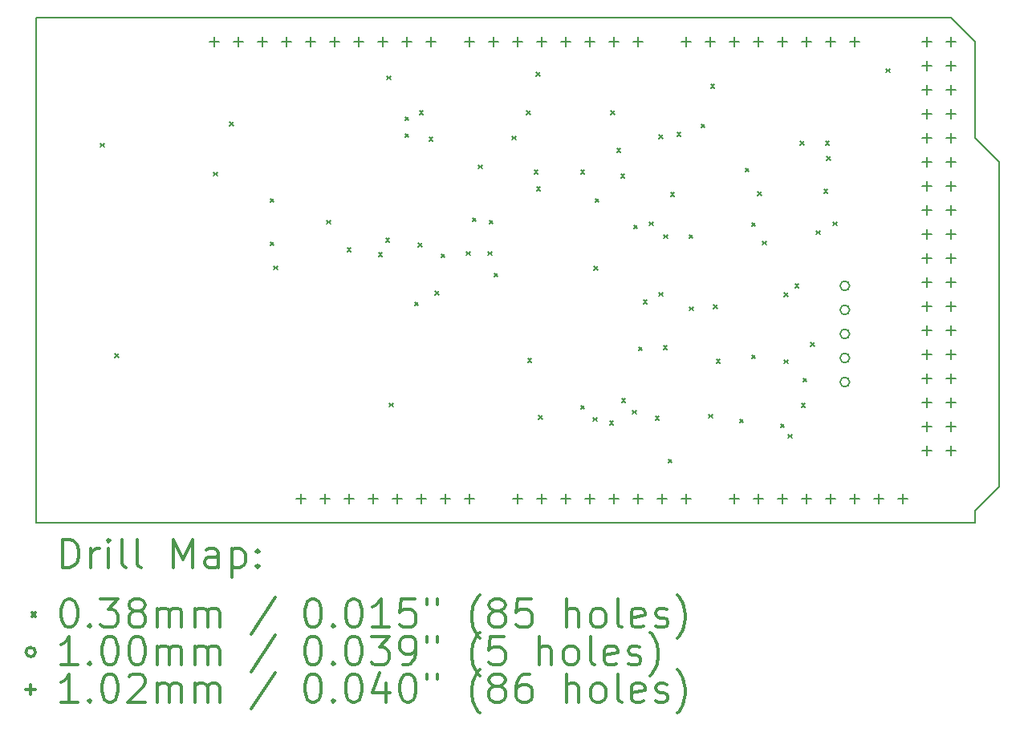
<source format=gbr>
%FSLAX45Y45*%
G04 Gerber Fmt 4.5, Leading zero omitted, Abs format (unit mm)*
G04 Created by KiCad (PCBNEW (5.1.4)-1) date 2020-05-01 18:49:42*
%MOMM*%
%LPD*%
G04 APERTURE LIST*
%ADD10C,0.150000*%
%ADD11C,0.200000*%
%ADD12C,0.300000*%
G04 APERTURE END LIST*
D10*
X20243800Y-12166600D02*
X10337800Y-12166600D01*
X20243800Y-12039600D02*
X20243800Y-12166600D01*
X20497800Y-11785600D02*
X20243800Y-12039600D01*
X20497800Y-8356600D02*
X20497800Y-11785600D01*
X20243800Y-8102600D02*
X20497800Y-8356600D01*
X20243800Y-7086600D02*
X20243800Y-8102600D01*
X19989800Y-6832600D02*
X20243800Y-7086600D01*
X10337800Y-6832600D02*
X19989800Y-6832600D01*
X10337800Y-12166600D02*
X10337800Y-6832600D01*
D11*
X11017250Y-8159750D02*
X11055350Y-8197850D01*
X11055350Y-8159750D02*
X11017250Y-8197850D01*
X11169650Y-10382250D02*
X11207750Y-10420350D01*
X11207750Y-10382250D02*
X11169650Y-10420350D01*
X12211050Y-8464550D02*
X12249150Y-8502650D01*
X12249150Y-8464550D02*
X12211050Y-8502650D01*
X12381230Y-7936230D02*
X12419330Y-7974330D01*
X12419330Y-7936230D02*
X12381230Y-7974330D01*
X12807950Y-8743950D02*
X12846050Y-8782050D01*
X12846050Y-8743950D02*
X12807950Y-8782050D01*
X12807950Y-9201150D02*
X12846050Y-9239250D01*
X12846050Y-9201150D02*
X12807950Y-9239250D01*
X12846050Y-9455150D02*
X12884150Y-9493250D01*
X12884150Y-9455150D02*
X12846050Y-9493250D01*
X13404850Y-8972550D02*
X13442950Y-9010650D01*
X13442950Y-8972550D02*
X13404850Y-9010650D01*
X13620750Y-9264650D02*
X13658850Y-9302750D01*
X13658850Y-9264650D02*
X13620750Y-9302750D01*
X13950950Y-9315450D02*
X13989050Y-9353550D01*
X13989050Y-9315450D02*
X13950950Y-9353550D01*
X14027150Y-9163050D02*
X14065250Y-9201150D01*
X14065250Y-9163050D02*
X14027150Y-9201150D01*
X14039850Y-7448550D02*
X14077950Y-7486650D01*
X14077950Y-7448550D02*
X14039850Y-7486650D01*
X14065250Y-10902950D02*
X14103350Y-10941050D01*
X14103350Y-10902950D02*
X14065250Y-10941050D01*
X14230350Y-7880350D02*
X14268450Y-7918450D01*
X14268450Y-7880350D02*
X14230350Y-7918450D01*
X14230350Y-8058150D02*
X14268450Y-8096250D01*
X14268450Y-8058150D02*
X14230350Y-8096250D01*
X14331950Y-9836150D02*
X14370050Y-9874250D01*
X14370050Y-9836150D02*
X14331950Y-9874250D01*
X14370050Y-9213850D02*
X14408150Y-9251950D01*
X14408150Y-9213850D02*
X14370050Y-9251950D01*
X14382750Y-7816850D02*
X14420850Y-7854950D01*
X14420850Y-7816850D02*
X14382750Y-7854950D01*
X14484350Y-8096250D02*
X14522450Y-8134350D01*
X14522450Y-8096250D02*
X14484350Y-8134350D01*
X14547850Y-9721850D02*
X14585950Y-9759950D01*
X14585950Y-9721850D02*
X14547850Y-9759950D01*
X14611350Y-9328150D02*
X14649450Y-9366250D01*
X14649450Y-9328150D02*
X14611350Y-9366250D01*
X14878050Y-9302750D02*
X14916150Y-9340850D01*
X14916150Y-9302750D02*
X14878050Y-9340850D01*
X14941550Y-8947150D02*
X14979650Y-8985250D01*
X14979650Y-8947150D02*
X14941550Y-8985250D01*
X15005050Y-8388350D02*
X15043150Y-8426450D01*
X15043150Y-8388350D02*
X15005050Y-8426450D01*
X15106650Y-9302750D02*
X15144750Y-9340850D01*
X15144750Y-9302750D02*
X15106650Y-9340850D01*
X15119350Y-8972550D02*
X15157450Y-9010650D01*
X15157450Y-8972550D02*
X15119350Y-9010650D01*
X15170150Y-9531350D02*
X15208250Y-9569450D01*
X15208250Y-9531350D02*
X15170150Y-9569450D01*
X15360650Y-8083550D02*
X15398750Y-8121650D01*
X15398750Y-8083550D02*
X15360650Y-8121650D01*
X15513050Y-7816850D02*
X15551150Y-7854950D01*
X15551150Y-7816850D02*
X15513050Y-7854950D01*
X15525750Y-10433050D02*
X15563850Y-10471150D01*
X15563850Y-10433050D02*
X15525750Y-10471150D01*
X15594330Y-8444230D02*
X15632430Y-8482330D01*
X15632430Y-8444230D02*
X15594330Y-8482330D01*
X15614650Y-7410450D02*
X15652750Y-7448550D01*
X15652750Y-7410450D02*
X15614650Y-7448550D01*
X15617190Y-8622030D02*
X15655290Y-8660130D01*
X15655290Y-8622030D02*
X15617190Y-8660130D01*
X15637510Y-11035030D02*
X15675610Y-11073130D01*
X15675610Y-11035030D02*
X15637510Y-11073130D01*
X16084550Y-8444230D02*
X16122650Y-8482330D01*
X16122650Y-8444230D02*
X16084550Y-8482330D01*
X16084550Y-10928350D02*
X16122650Y-10966450D01*
X16122650Y-10928350D02*
X16084550Y-10966450D01*
X16216630Y-11055350D02*
X16254730Y-11093450D01*
X16254730Y-11055350D02*
X16216630Y-11093450D01*
X16221710Y-9457690D02*
X16259810Y-9495790D01*
X16259810Y-9457690D02*
X16221710Y-9495790D01*
X16236950Y-8743950D02*
X16275050Y-8782050D01*
X16275050Y-8743950D02*
X16236950Y-8782050D01*
X16389350Y-11093450D02*
X16427450Y-11131550D01*
X16427450Y-11093450D02*
X16389350Y-11131550D01*
X16402050Y-7816850D02*
X16440150Y-7854950D01*
X16440150Y-7816850D02*
X16402050Y-7854950D01*
X16463010Y-8213090D02*
X16501110Y-8251190D01*
X16501110Y-8213090D02*
X16463010Y-8251190D01*
X16506190Y-8484870D02*
X16544290Y-8522970D01*
X16544290Y-8484870D02*
X16506190Y-8522970D01*
X16516350Y-10857230D02*
X16554450Y-10895330D01*
X16554450Y-10857230D02*
X16516350Y-10895330D01*
X16630650Y-10979150D02*
X16668750Y-11017250D01*
X16668750Y-10979150D02*
X16630650Y-11017250D01*
X16640810Y-9023350D02*
X16678910Y-9061450D01*
X16678910Y-9023350D02*
X16640810Y-9061450D01*
X16691610Y-10311130D02*
X16729710Y-10349230D01*
X16729710Y-10311130D02*
X16691610Y-10349230D01*
X16744950Y-9813290D02*
X16783050Y-9851390D01*
X16783050Y-9813290D02*
X16744950Y-9851390D01*
X16808450Y-8990330D02*
X16846550Y-9028430D01*
X16846550Y-8990330D02*
X16808450Y-9028430D01*
X16869410Y-11042650D02*
X16907510Y-11080750D01*
X16907510Y-11042650D02*
X16869410Y-11080750D01*
X16907510Y-9734550D02*
X16945610Y-9772650D01*
X16945610Y-9734550D02*
X16907510Y-9772650D01*
X16910050Y-8070850D02*
X16948150Y-8108950D01*
X16948150Y-8070850D02*
X16910050Y-8108950D01*
X16955770Y-10298430D02*
X16993870Y-10336530D01*
X16993870Y-10298430D02*
X16955770Y-10336530D01*
X16960850Y-9124950D02*
X16998950Y-9163050D01*
X16998950Y-9124950D02*
X16960850Y-9163050D01*
X17006570Y-11494770D02*
X17044670Y-11532870D01*
X17044670Y-11494770D02*
X17006570Y-11532870D01*
X17030950Y-8680950D02*
X17069050Y-8719050D01*
X17069050Y-8680950D02*
X17030950Y-8719050D01*
X17100550Y-8045450D02*
X17138650Y-8083550D01*
X17138650Y-8045450D02*
X17100550Y-8083550D01*
X17227550Y-9124950D02*
X17265650Y-9163050D01*
X17265650Y-9124950D02*
X17227550Y-9163050D01*
X17232630Y-9886950D02*
X17270730Y-9925050D01*
X17270730Y-9886950D02*
X17232630Y-9925050D01*
X17354550Y-7956550D02*
X17392650Y-7994650D01*
X17392650Y-7956550D02*
X17354550Y-7994650D01*
X17433290Y-11019790D02*
X17471390Y-11057890D01*
X17471390Y-11019790D02*
X17433290Y-11057890D01*
X17456150Y-7537450D02*
X17494250Y-7575550D01*
X17494250Y-7537450D02*
X17456150Y-7575550D01*
X17486630Y-9864090D02*
X17524730Y-9902190D01*
X17524730Y-9864090D02*
X17486630Y-9902190D01*
X17514570Y-10440670D02*
X17552670Y-10478770D01*
X17552670Y-10440670D02*
X17514570Y-10478770D01*
X17760950Y-11070950D02*
X17799050Y-11109050D01*
X17799050Y-11070950D02*
X17760950Y-11109050D01*
X17819370Y-8421370D02*
X17857470Y-8459470D01*
X17857470Y-8421370D02*
X17819370Y-8459470D01*
X17887950Y-8997950D02*
X17926050Y-9036050D01*
X17926050Y-8997950D02*
X17887950Y-9036050D01*
X17887950Y-10394950D02*
X17926050Y-10433050D01*
X17926050Y-10394950D02*
X17887950Y-10433050D01*
X17951450Y-8670290D02*
X17989550Y-8708390D01*
X17989550Y-8670290D02*
X17951450Y-8708390D01*
X18002202Y-9190942D02*
X18040302Y-9229042D01*
X18040302Y-9190942D02*
X18002202Y-9229042D01*
X18190950Y-11120950D02*
X18229050Y-11159050D01*
X18229050Y-11120950D02*
X18190950Y-11159050D01*
X18229467Y-9736953D02*
X18267567Y-9775053D01*
X18267567Y-9736953D02*
X18229467Y-9775053D01*
X18230850Y-10445750D02*
X18268950Y-10483850D01*
X18268950Y-10445750D02*
X18230850Y-10483850D01*
X18270950Y-11230950D02*
X18309050Y-11269050D01*
X18309050Y-11230950D02*
X18270950Y-11269050D01*
X18342610Y-9643110D02*
X18380710Y-9681210D01*
X18380710Y-9643110D02*
X18342610Y-9681210D01*
X18401030Y-8139430D02*
X18439130Y-8177530D01*
X18439130Y-8139430D02*
X18401030Y-8177530D01*
X18413730Y-10908030D02*
X18451830Y-10946130D01*
X18451830Y-10908030D02*
X18413730Y-10946130D01*
X18428970Y-10638790D02*
X18467070Y-10676890D01*
X18467070Y-10638790D02*
X18428970Y-10676890D01*
X18507710Y-10262870D02*
X18545810Y-10300970D01*
X18545810Y-10262870D02*
X18507710Y-10300970D01*
X18570570Y-9081770D02*
X18608670Y-9119870D01*
X18608670Y-9081770D02*
X18570570Y-9119870D01*
X18649950Y-8644890D02*
X18688050Y-8682990D01*
X18688050Y-8644890D02*
X18649950Y-8682990D01*
X18667730Y-8136890D02*
X18705830Y-8174990D01*
X18705830Y-8136890D02*
X18667730Y-8174990D01*
X18677890Y-8296910D02*
X18715990Y-8335010D01*
X18715990Y-8296910D02*
X18677890Y-8335010D01*
X18744950Y-8986770D02*
X18783050Y-9024870D01*
X18783050Y-8986770D02*
X18744950Y-9024870D01*
X19305270Y-7369810D02*
X19343370Y-7407910D01*
X19343370Y-7369810D02*
X19305270Y-7407910D01*
X18920000Y-9664000D02*
G75*
G03X18920000Y-9664000I-50000J0D01*
G01*
X18920000Y-9918000D02*
G75*
G03X18920000Y-9918000I-50000J0D01*
G01*
X18920000Y-10172000D02*
G75*
G03X18920000Y-10172000I-50000J0D01*
G01*
X18920000Y-10426000D02*
G75*
G03X18920000Y-10426000I-50000J0D01*
G01*
X18920000Y-10680000D02*
G75*
G03X18920000Y-10680000I-50000J0D01*
G01*
X13131800Y-11861800D02*
X13131800Y-11963400D01*
X13081000Y-11912600D02*
X13182600Y-11912600D01*
X13385800Y-11861800D02*
X13385800Y-11963400D01*
X13335000Y-11912600D02*
X13436600Y-11912600D01*
X13639800Y-11861800D02*
X13639800Y-11963400D01*
X13589000Y-11912600D02*
X13690600Y-11912600D01*
X13893800Y-11861800D02*
X13893800Y-11963400D01*
X13843000Y-11912600D02*
X13944600Y-11912600D01*
X14147800Y-11861800D02*
X14147800Y-11963400D01*
X14097000Y-11912600D02*
X14198600Y-11912600D01*
X14401800Y-11861800D02*
X14401800Y-11963400D01*
X14351000Y-11912600D02*
X14452600Y-11912600D01*
X14655800Y-11861800D02*
X14655800Y-11963400D01*
X14605000Y-11912600D02*
X14706600Y-11912600D01*
X14909800Y-11861800D02*
X14909800Y-11963400D01*
X14859000Y-11912600D02*
X14960600Y-11912600D01*
X15417800Y-11861800D02*
X15417800Y-11963400D01*
X15367000Y-11912600D02*
X15468600Y-11912600D01*
X15671800Y-11861800D02*
X15671800Y-11963400D01*
X15621000Y-11912600D02*
X15722600Y-11912600D01*
X15925800Y-11861800D02*
X15925800Y-11963400D01*
X15875000Y-11912600D02*
X15976600Y-11912600D01*
X16179800Y-11861800D02*
X16179800Y-11963400D01*
X16129000Y-11912600D02*
X16230600Y-11912600D01*
X16433800Y-11861800D02*
X16433800Y-11963400D01*
X16383000Y-11912600D02*
X16484600Y-11912600D01*
X16687800Y-11861800D02*
X16687800Y-11963400D01*
X16637000Y-11912600D02*
X16738600Y-11912600D01*
X16941800Y-11861800D02*
X16941800Y-11963400D01*
X16891000Y-11912600D02*
X16992600Y-11912600D01*
X17195800Y-11861800D02*
X17195800Y-11963400D01*
X17145000Y-11912600D02*
X17246600Y-11912600D01*
X17195800Y-7035800D02*
X17195800Y-7137400D01*
X17145000Y-7086600D02*
X17246600Y-7086600D01*
X17449800Y-7035800D02*
X17449800Y-7137400D01*
X17399000Y-7086600D02*
X17500600Y-7086600D01*
X17703800Y-7035800D02*
X17703800Y-7137400D01*
X17653000Y-7086600D02*
X17754600Y-7086600D01*
X17957800Y-7035800D02*
X17957800Y-7137400D01*
X17907000Y-7086600D02*
X18008600Y-7086600D01*
X18211800Y-7035800D02*
X18211800Y-7137400D01*
X18161000Y-7086600D02*
X18262600Y-7086600D01*
X18465800Y-7035800D02*
X18465800Y-7137400D01*
X18415000Y-7086600D02*
X18516600Y-7086600D01*
X18719800Y-7035800D02*
X18719800Y-7137400D01*
X18669000Y-7086600D02*
X18770600Y-7086600D01*
X18973800Y-7035800D02*
X18973800Y-7137400D01*
X18923000Y-7086600D02*
X19024600Y-7086600D01*
X12217400Y-7035800D02*
X12217400Y-7137400D01*
X12166600Y-7086600D02*
X12268200Y-7086600D01*
X12471400Y-7035800D02*
X12471400Y-7137400D01*
X12420600Y-7086600D02*
X12522200Y-7086600D01*
X12725400Y-7035800D02*
X12725400Y-7137400D01*
X12674600Y-7086600D02*
X12776200Y-7086600D01*
X12979400Y-7035800D02*
X12979400Y-7137400D01*
X12928600Y-7086600D02*
X13030200Y-7086600D01*
X13233400Y-7035800D02*
X13233400Y-7137400D01*
X13182600Y-7086600D02*
X13284200Y-7086600D01*
X13487400Y-7035800D02*
X13487400Y-7137400D01*
X13436600Y-7086600D02*
X13538200Y-7086600D01*
X13741400Y-7035800D02*
X13741400Y-7137400D01*
X13690600Y-7086600D02*
X13792200Y-7086600D01*
X13995400Y-7035800D02*
X13995400Y-7137400D01*
X13944600Y-7086600D02*
X14046200Y-7086600D01*
X14249400Y-7035800D02*
X14249400Y-7137400D01*
X14198600Y-7086600D02*
X14300200Y-7086600D01*
X14503400Y-7035800D02*
X14503400Y-7137400D01*
X14452600Y-7086600D02*
X14554200Y-7086600D01*
X19735800Y-7035800D02*
X19735800Y-7137400D01*
X19685000Y-7086600D02*
X19786600Y-7086600D01*
X19735800Y-7289800D02*
X19735800Y-7391400D01*
X19685000Y-7340600D02*
X19786600Y-7340600D01*
X19735800Y-7543800D02*
X19735800Y-7645400D01*
X19685000Y-7594600D02*
X19786600Y-7594600D01*
X19735800Y-7797800D02*
X19735800Y-7899400D01*
X19685000Y-7848600D02*
X19786600Y-7848600D01*
X19735800Y-8051800D02*
X19735800Y-8153400D01*
X19685000Y-8102600D02*
X19786600Y-8102600D01*
X19735800Y-8305800D02*
X19735800Y-8407400D01*
X19685000Y-8356600D02*
X19786600Y-8356600D01*
X19735800Y-8559800D02*
X19735800Y-8661400D01*
X19685000Y-8610600D02*
X19786600Y-8610600D01*
X19735800Y-8813800D02*
X19735800Y-8915400D01*
X19685000Y-8864600D02*
X19786600Y-8864600D01*
X19735800Y-9067800D02*
X19735800Y-9169400D01*
X19685000Y-9118600D02*
X19786600Y-9118600D01*
X19735800Y-9321800D02*
X19735800Y-9423400D01*
X19685000Y-9372600D02*
X19786600Y-9372600D01*
X19735800Y-9575800D02*
X19735800Y-9677400D01*
X19685000Y-9626600D02*
X19786600Y-9626600D01*
X19735800Y-9829800D02*
X19735800Y-9931400D01*
X19685000Y-9880600D02*
X19786600Y-9880600D01*
X19735800Y-10083800D02*
X19735800Y-10185400D01*
X19685000Y-10134600D02*
X19786600Y-10134600D01*
X19735800Y-10337800D02*
X19735800Y-10439400D01*
X19685000Y-10388600D02*
X19786600Y-10388600D01*
X19735800Y-10591800D02*
X19735800Y-10693400D01*
X19685000Y-10642600D02*
X19786600Y-10642600D01*
X19735800Y-10845800D02*
X19735800Y-10947400D01*
X19685000Y-10896600D02*
X19786600Y-10896600D01*
X19735800Y-11099800D02*
X19735800Y-11201400D01*
X19685000Y-11150600D02*
X19786600Y-11150600D01*
X19735800Y-11353800D02*
X19735800Y-11455400D01*
X19685000Y-11404600D02*
X19786600Y-11404600D01*
X19989800Y-7035800D02*
X19989800Y-7137400D01*
X19939000Y-7086600D02*
X20040600Y-7086600D01*
X19989800Y-7289800D02*
X19989800Y-7391400D01*
X19939000Y-7340600D02*
X20040600Y-7340600D01*
X19989800Y-7543800D02*
X19989800Y-7645400D01*
X19939000Y-7594600D02*
X20040600Y-7594600D01*
X19989800Y-7797800D02*
X19989800Y-7899400D01*
X19939000Y-7848600D02*
X20040600Y-7848600D01*
X19989800Y-8051800D02*
X19989800Y-8153400D01*
X19939000Y-8102600D02*
X20040600Y-8102600D01*
X19989800Y-8305800D02*
X19989800Y-8407400D01*
X19939000Y-8356600D02*
X20040600Y-8356600D01*
X19989800Y-8559800D02*
X19989800Y-8661400D01*
X19939000Y-8610600D02*
X20040600Y-8610600D01*
X19989800Y-8813800D02*
X19989800Y-8915400D01*
X19939000Y-8864600D02*
X20040600Y-8864600D01*
X19989800Y-9067800D02*
X19989800Y-9169400D01*
X19939000Y-9118600D02*
X20040600Y-9118600D01*
X19989800Y-9321800D02*
X19989800Y-9423400D01*
X19939000Y-9372600D02*
X20040600Y-9372600D01*
X19989800Y-9575800D02*
X19989800Y-9677400D01*
X19939000Y-9626600D02*
X20040600Y-9626600D01*
X19989800Y-9829800D02*
X19989800Y-9931400D01*
X19939000Y-9880600D02*
X20040600Y-9880600D01*
X19989800Y-10083800D02*
X19989800Y-10185400D01*
X19939000Y-10134600D02*
X20040600Y-10134600D01*
X19989800Y-10337800D02*
X19989800Y-10439400D01*
X19939000Y-10388600D02*
X20040600Y-10388600D01*
X19989800Y-10591800D02*
X19989800Y-10693400D01*
X19939000Y-10642600D02*
X20040600Y-10642600D01*
X19989800Y-10845800D02*
X19989800Y-10947400D01*
X19939000Y-10896600D02*
X20040600Y-10896600D01*
X19989800Y-11099800D02*
X19989800Y-11201400D01*
X19939000Y-11150600D02*
X20040600Y-11150600D01*
X19989800Y-11353800D02*
X19989800Y-11455400D01*
X19939000Y-11404600D02*
X20040600Y-11404600D01*
X17703800Y-11861800D02*
X17703800Y-11963400D01*
X17653000Y-11912600D02*
X17754600Y-11912600D01*
X17957800Y-11861800D02*
X17957800Y-11963400D01*
X17907000Y-11912600D02*
X18008600Y-11912600D01*
X18211800Y-11861800D02*
X18211800Y-11963400D01*
X18161000Y-11912600D02*
X18262600Y-11912600D01*
X18465800Y-11861800D02*
X18465800Y-11963400D01*
X18415000Y-11912600D02*
X18516600Y-11912600D01*
X18719800Y-11861800D02*
X18719800Y-11963400D01*
X18669000Y-11912600D02*
X18770600Y-11912600D01*
X18973800Y-11861800D02*
X18973800Y-11963400D01*
X18923000Y-11912600D02*
X19024600Y-11912600D01*
X19227800Y-11861800D02*
X19227800Y-11963400D01*
X19177000Y-11912600D02*
X19278600Y-11912600D01*
X19481800Y-11861800D02*
X19481800Y-11963400D01*
X19431000Y-11912600D02*
X19532600Y-11912600D01*
X14909800Y-7035800D02*
X14909800Y-7137400D01*
X14859000Y-7086600D02*
X14960600Y-7086600D01*
X15163800Y-7035800D02*
X15163800Y-7137400D01*
X15113000Y-7086600D02*
X15214600Y-7086600D01*
X15417800Y-7035800D02*
X15417800Y-7137400D01*
X15367000Y-7086600D02*
X15468600Y-7086600D01*
X15671800Y-7035800D02*
X15671800Y-7137400D01*
X15621000Y-7086600D02*
X15722600Y-7086600D01*
X15925800Y-7035800D02*
X15925800Y-7137400D01*
X15875000Y-7086600D02*
X15976600Y-7086600D01*
X16179800Y-7035800D02*
X16179800Y-7137400D01*
X16129000Y-7086600D02*
X16230600Y-7086600D01*
X16433800Y-7035800D02*
X16433800Y-7137400D01*
X16383000Y-7086600D02*
X16484600Y-7086600D01*
X16687800Y-7035800D02*
X16687800Y-7137400D01*
X16637000Y-7086600D02*
X16738600Y-7086600D01*
D12*
X10616728Y-12639814D02*
X10616728Y-12339814D01*
X10688157Y-12339814D01*
X10731014Y-12354100D01*
X10759586Y-12382671D01*
X10773871Y-12411243D01*
X10788157Y-12468386D01*
X10788157Y-12511243D01*
X10773871Y-12568386D01*
X10759586Y-12596957D01*
X10731014Y-12625529D01*
X10688157Y-12639814D01*
X10616728Y-12639814D01*
X10916728Y-12639814D02*
X10916728Y-12439814D01*
X10916728Y-12496957D02*
X10931014Y-12468386D01*
X10945300Y-12454100D01*
X10973871Y-12439814D01*
X11002443Y-12439814D01*
X11102443Y-12639814D02*
X11102443Y-12439814D01*
X11102443Y-12339814D02*
X11088157Y-12354100D01*
X11102443Y-12368386D01*
X11116728Y-12354100D01*
X11102443Y-12339814D01*
X11102443Y-12368386D01*
X11288157Y-12639814D02*
X11259586Y-12625529D01*
X11245300Y-12596957D01*
X11245300Y-12339814D01*
X11445300Y-12639814D02*
X11416728Y-12625529D01*
X11402443Y-12596957D01*
X11402443Y-12339814D01*
X11788157Y-12639814D02*
X11788157Y-12339814D01*
X11888157Y-12554100D01*
X11988157Y-12339814D01*
X11988157Y-12639814D01*
X12259586Y-12639814D02*
X12259586Y-12482671D01*
X12245300Y-12454100D01*
X12216728Y-12439814D01*
X12159586Y-12439814D01*
X12131014Y-12454100D01*
X12259586Y-12625529D02*
X12231014Y-12639814D01*
X12159586Y-12639814D01*
X12131014Y-12625529D01*
X12116728Y-12596957D01*
X12116728Y-12568386D01*
X12131014Y-12539814D01*
X12159586Y-12525529D01*
X12231014Y-12525529D01*
X12259586Y-12511243D01*
X12402443Y-12439814D02*
X12402443Y-12739814D01*
X12402443Y-12454100D02*
X12431014Y-12439814D01*
X12488157Y-12439814D01*
X12516728Y-12454100D01*
X12531014Y-12468386D01*
X12545300Y-12496957D01*
X12545300Y-12582671D01*
X12531014Y-12611243D01*
X12516728Y-12625529D01*
X12488157Y-12639814D01*
X12431014Y-12639814D01*
X12402443Y-12625529D01*
X12673871Y-12611243D02*
X12688157Y-12625529D01*
X12673871Y-12639814D01*
X12659586Y-12625529D01*
X12673871Y-12611243D01*
X12673871Y-12639814D01*
X12673871Y-12454100D02*
X12688157Y-12468386D01*
X12673871Y-12482671D01*
X12659586Y-12468386D01*
X12673871Y-12454100D01*
X12673871Y-12482671D01*
X10292200Y-13115050D02*
X10330300Y-13153150D01*
X10330300Y-13115050D02*
X10292200Y-13153150D01*
X10673871Y-12969814D02*
X10702443Y-12969814D01*
X10731014Y-12984100D01*
X10745300Y-12998386D01*
X10759586Y-13026957D01*
X10773871Y-13084100D01*
X10773871Y-13155529D01*
X10759586Y-13212671D01*
X10745300Y-13241243D01*
X10731014Y-13255529D01*
X10702443Y-13269814D01*
X10673871Y-13269814D01*
X10645300Y-13255529D01*
X10631014Y-13241243D01*
X10616728Y-13212671D01*
X10602443Y-13155529D01*
X10602443Y-13084100D01*
X10616728Y-13026957D01*
X10631014Y-12998386D01*
X10645300Y-12984100D01*
X10673871Y-12969814D01*
X10902443Y-13241243D02*
X10916728Y-13255529D01*
X10902443Y-13269814D01*
X10888157Y-13255529D01*
X10902443Y-13241243D01*
X10902443Y-13269814D01*
X11016728Y-12969814D02*
X11202443Y-12969814D01*
X11102443Y-13084100D01*
X11145300Y-13084100D01*
X11173871Y-13098386D01*
X11188157Y-13112671D01*
X11202443Y-13141243D01*
X11202443Y-13212671D01*
X11188157Y-13241243D01*
X11173871Y-13255529D01*
X11145300Y-13269814D01*
X11059586Y-13269814D01*
X11031014Y-13255529D01*
X11016728Y-13241243D01*
X11373871Y-13098386D02*
X11345300Y-13084100D01*
X11331014Y-13069814D01*
X11316728Y-13041243D01*
X11316728Y-13026957D01*
X11331014Y-12998386D01*
X11345300Y-12984100D01*
X11373871Y-12969814D01*
X11431014Y-12969814D01*
X11459586Y-12984100D01*
X11473871Y-12998386D01*
X11488157Y-13026957D01*
X11488157Y-13041243D01*
X11473871Y-13069814D01*
X11459586Y-13084100D01*
X11431014Y-13098386D01*
X11373871Y-13098386D01*
X11345300Y-13112671D01*
X11331014Y-13126957D01*
X11316728Y-13155529D01*
X11316728Y-13212671D01*
X11331014Y-13241243D01*
X11345300Y-13255529D01*
X11373871Y-13269814D01*
X11431014Y-13269814D01*
X11459586Y-13255529D01*
X11473871Y-13241243D01*
X11488157Y-13212671D01*
X11488157Y-13155529D01*
X11473871Y-13126957D01*
X11459586Y-13112671D01*
X11431014Y-13098386D01*
X11616728Y-13269814D02*
X11616728Y-13069814D01*
X11616728Y-13098386D02*
X11631014Y-13084100D01*
X11659586Y-13069814D01*
X11702443Y-13069814D01*
X11731014Y-13084100D01*
X11745300Y-13112671D01*
X11745300Y-13269814D01*
X11745300Y-13112671D02*
X11759586Y-13084100D01*
X11788157Y-13069814D01*
X11831014Y-13069814D01*
X11859586Y-13084100D01*
X11873871Y-13112671D01*
X11873871Y-13269814D01*
X12016728Y-13269814D02*
X12016728Y-13069814D01*
X12016728Y-13098386D02*
X12031014Y-13084100D01*
X12059586Y-13069814D01*
X12102443Y-13069814D01*
X12131014Y-13084100D01*
X12145300Y-13112671D01*
X12145300Y-13269814D01*
X12145300Y-13112671D02*
X12159586Y-13084100D01*
X12188157Y-13069814D01*
X12231014Y-13069814D01*
X12259586Y-13084100D01*
X12273871Y-13112671D01*
X12273871Y-13269814D01*
X12859586Y-12955529D02*
X12602443Y-13341243D01*
X13245300Y-12969814D02*
X13273871Y-12969814D01*
X13302443Y-12984100D01*
X13316728Y-12998386D01*
X13331014Y-13026957D01*
X13345300Y-13084100D01*
X13345300Y-13155529D01*
X13331014Y-13212671D01*
X13316728Y-13241243D01*
X13302443Y-13255529D01*
X13273871Y-13269814D01*
X13245300Y-13269814D01*
X13216728Y-13255529D01*
X13202443Y-13241243D01*
X13188157Y-13212671D01*
X13173871Y-13155529D01*
X13173871Y-13084100D01*
X13188157Y-13026957D01*
X13202443Y-12998386D01*
X13216728Y-12984100D01*
X13245300Y-12969814D01*
X13473871Y-13241243D02*
X13488157Y-13255529D01*
X13473871Y-13269814D01*
X13459586Y-13255529D01*
X13473871Y-13241243D01*
X13473871Y-13269814D01*
X13673871Y-12969814D02*
X13702443Y-12969814D01*
X13731014Y-12984100D01*
X13745300Y-12998386D01*
X13759586Y-13026957D01*
X13773871Y-13084100D01*
X13773871Y-13155529D01*
X13759586Y-13212671D01*
X13745300Y-13241243D01*
X13731014Y-13255529D01*
X13702443Y-13269814D01*
X13673871Y-13269814D01*
X13645300Y-13255529D01*
X13631014Y-13241243D01*
X13616728Y-13212671D01*
X13602443Y-13155529D01*
X13602443Y-13084100D01*
X13616728Y-13026957D01*
X13631014Y-12998386D01*
X13645300Y-12984100D01*
X13673871Y-12969814D01*
X14059586Y-13269814D02*
X13888157Y-13269814D01*
X13973871Y-13269814D02*
X13973871Y-12969814D01*
X13945300Y-13012671D01*
X13916728Y-13041243D01*
X13888157Y-13055529D01*
X14331014Y-12969814D02*
X14188157Y-12969814D01*
X14173871Y-13112671D01*
X14188157Y-13098386D01*
X14216728Y-13084100D01*
X14288157Y-13084100D01*
X14316728Y-13098386D01*
X14331014Y-13112671D01*
X14345300Y-13141243D01*
X14345300Y-13212671D01*
X14331014Y-13241243D01*
X14316728Y-13255529D01*
X14288157Y-13269814D01*
X14216728Y-13269814D01*
X14188157Y-13255529D01*
X14173871Y-13241243D01*
X14459586Y-12969814D02*
X14459586Y-13026957D01*
X14573871Y-12969814D02*
X14573871Y-13026957D01*
X15016728Y-13384100D02*
X15002443Y-13369814D01*
X14973871Y-13326957D01*
X14959586Y-13298386D01*
X14945300Y-13255529D01*
X14931014Y-13184100D01*
X14931014Y-13126957D01*
X14945300Y-13055529D01*
X14959586Y-13012671D01*
X14973871Y-12984100D01*
X15002443Y-12941243D01*
X15016728Y-12926957D01*
X15173871Y-13098386D02*
X15145300Y-13084100D01*
X15131014Y-13069814D01*
X15116728Y-13041243D01*
X15116728Y-13026957D01*
X15131014Y-12998386D01*
X15145300Y-12984100D01*
X15173871Y-12969814D01*
X15231014Y-12969814D01*
X15259586Y-12984100D01*
X15273871Y-12998386D01*
X15288157Y-13026957D01*
X15288157Y-13041243D01*
X15273871Y-13069814D01*
X15259586Y-13084100D01*
X15231014Y-13098386D01*
X15173871Y-13098386D01*
X15145300Y-13112671D01*
X15131014Y-13126957D01*
X15116728Y-13155529D01*
X15116728Y-13212671D01*
X15131014Y-13241243D01*
X15145300Y-13255529D01*
X15173871Y-13269814D01*
X15231014Y-13269814D01*
X15259586Y-13255529D01*
X15273871Y-13241243D01*
X15288157Y-13212671D01*
X15288157Y-13155529D01*
X15273871Y-13126957D01*
X15259586Y-13112671D01*
X15231014Y-13098386D01*
X15559586Y-12969814D02*
X15416728Y-12969814D01*
X15402443Y-13112671D01*
X15416728Y-13098386D01*
X15445300Y-13084100D01*
X15516728Y-13084100D01*
X15545300Y-13098386D01*
X15559586Y-13112671D01*
X15573871Y-13141243D01*
X15573871Y-13212671D01*
X15559586Y-13241243D01*
X15545300Y-13255529D01*
X15516728Y-13269814D01*
X15445300Y-13269814D01*
X15416728Y-13255529D01*
X15402443Y-13241243D01*
X15931014Y-13269814D02*
X15931014Y-12969814D01*
X16059586Y-13269814D02*
X16059586Y-13112671D01*
X16045300Y-13084100D01*
X16016728Y-13069814D01*
X15973871Y-13069814D01*
X15945300Y-13084100D01*
X15931014Y-13098386D01*
X16245300Y-13269814D02*
X16216728Y-13255529D01*
X16202443Y-13241243D01*
X16188157Y-13212671D01*
X16188157Y-13126957D01*
X16202443Y-13098386D01*
X16216728Y-13084100D01*
X16245300Y-13069814D01*
X16288157Y-13069814D01*
X16316728Y-13084100D01*
X16331014Y-13098386D01*
X16345300Y-13126957D01*
X16345300Y-13212671D01*
X16331014Y-13241243D01*
X16316728Y-13255529D01*
X16288157Y-13269814D01*
X16245300Y-13269814D01*
X16516728Y-13269814D02*
X16488157Y-13255529D01*
X16473871Y-13226957D01*
X16473871Y-12969814D01*
X16745300Y-13255529D02*
X16716728Y-13269814D01*
X16659586Y-13269814D01*
X16631014Y-13255529D01*
X16616728Y-13226957D01*
X16616728Y-13112671D01*
X16631014Y-13084100D01*
X16659586Y-13069814D01*
X16716728Y-13069814D01*
X16745300Y-13084100D01*
X16759586Y-13112671D01*
X16759586Y-13141243D01*
X16616728Y-13169814D01*
X16873871Y-13255529D02*
X16902443Y-13269814D01*
X16959586Y-13269814D01*
X16988157Y-13255529D01*
X17002443Y-13226957D01*
X17002443Y-13212671D01*
X16988157Y-13184100D01*
X16959586Y-13169814D01*
X16916728Y-13169814D01*
X16888157Y-13155529D01*
X16873871Y-13126957D01*
X16873871Y-13112671D01*
X16888157Y-13084100D01*
X16916728Y-13069814D01*
X16959586Y-13069814D01*
X16988157Y-13084100D01*
X17102443Y-13384100D02*
X17116728Y-13369814D01*
X17145300Y-13326957D01*
X17159586Y-13298386D01*
X17173871Y-13255529D01*
X17188157Y-13184100D01*
X17188157Y-13126957D01*
X17173871Y-13055529D01*
X17159586Y-13012671D01*
X17145300Y-12984100D01*
X17116728Y-12941243D01*
X17102443Y-12926957D01*
X10330300Y-13530100D02*
G75*
G03X10330300Y-13530100I-50000J0D01*
G01*
X10773871Y-13665814D02*
X10602443Y-13665814D01*
X10688157Y-13665814D02*
X10688157Y-13365814D01*
X10659586Y-13408671D01*
X10631014Y-13437243D01*
X10602443Y-13451529D01*
X10902443Y-13637243D02*
X10916728Y-13651529D01*
X10902443Y-13665814D01*
X10888157Y-13651529D01*
X10902443Y-13637243D01*
X10902443Y-13665814D01*
X11102443Y-13365814D02*
X11131014Y-13365814D01*
X11159586Y-13380100D01*
X11173871Y-13394386D01*
X11188157Y-13422957D01*
X11202443Y-13480100D01*
X11202443Y-13551529D01*
X11188157Y-13608671D01*
X11173871Y-13637243D01*
X11159586Y-13651529D01*
X11131014Y-13665814D01*
X11102443Y-13665814D01*
X11073871Y-13651529D01*
X11059586Y-13637243D01*
X11045300Y-13608671D01*
X11031014Y-13551529D01*
X11031014Y-13480100D01*
X11045300Y-13422957D01*
X11059586Y-13394386D01*
X11073871Y-13380100D01*
X11102443Y-13365814D01*
X11388157Y-13365814D02*
X11416728Y-13365814D01*
X11445300Y-13380100D01*
X11459586Y-13394386D01*
X11473871Y-13422957D01*
X11488157Y-13480100D01*
X11488157Y-13551529D01*
X11473871Y-13608671D01*
X11459586Y-13637243D01*
X11445300Y-13651529D01*
X11416728Y-13665814D01*
X11388157Y-13665814D01*
X11359586Y-13651529D01*
X11345300Y-13637243D01*
X11331014Y-13608671D01*
X11316728Y-13551529D01*
X11316728Y-13480100D01*
X11331014Y-13422957D01*
X11345300Y-13394386D01*
X11359586Y-13380100D01*
X11388157Y-13365814D01*
X11616728Y-13665814D02*
X11616728Y-13465814D01*
X11616728Y-13494386D02*
X11631014Y-13480100D01*
X11659586Y-13465814D01*
X11702443Y-13465814D01*
X11731014Y-13480100D01*
X11745300Y-13508671D01*
X11745300Y-13665814D01*
X11745300Y-13508671D02*
X11759586Y-13480100D01*
X11788157Y-13465814D01*
X11831014Y-13465814D01*
X11859586Y-13480100D01*
X11873871Y-13508671D01*
X11873871Y-13665814D01*
X12016728Y-13665814D02*
X12016728Y-13465814D01*
X12016728Y-13494386D02*
X12031014Y-13480100D01*
X12059586Y-13465814D01*
X12102443Y-13465814D01*
X12131014Y-13480100D01*
X12145300Y-13508671D01*
X12145300Y-13665814D01*
X12145300Y-13508671D02*
X12159586Y-13480100D01*
X12188157Y-13465814D01*
X12231014Y-13465814D01*
X12259586Y-13480100D01*
X12273871Y-13508671D01*
X12273871Y-13665814D01*
X12859586Y-13351529D02*
X12602443Y-13737243D01*
X13245300Y-13365814D02*
X13273871Y-13365814D01*
X13302443Y-13380100D01*
X13316728Y-13394386D01*
X13331014Y-13422957D01*
X13345300Y-13480100D01*
X13345300Y-13551529D01*
X13331014Y-13608671D01*
X13316728Y-13637243D01*
X13302443Y-13651529D01*
X13273871Y-13665814D01*
X13245300Y-13665814D01*
X13216728Y-13651529D01*
X13202443Y-13637243D01*
X13188157Y-13608671D01*
X13173871Y-13551529D01*
X13173871Y-13480100D01*
X13188157Y-13422957D01*
X13202443Y-13394386D01*
X13216728Y-13380100D01*
X13245300Y-13365814D01*
X13473871Y-13637243D02*
X13488157Y-13651529D01*
X13473871Y-13665814D01*
X13459586Y-13651529D01*
X13473871Y-13637243D01*
X13473871Y-13665814D01*
X13673871Y-13365814D02*
X13702443Y-13365814D01*
X13731014Y-13380100D01*
X13745300Y-13394386D01*
X13759586Y-13422957D01*
X13773871Y-13480100D01*
X13773871Y-13551529D01*
X13759586Y-13608671D01*
X13745300Y-13637243D01*
X13731014Y-13651529D01*
X13702443Y-13665814D01*
X13673871Y-13665814D01*
X13645300Y-13651529D01*
X13631014Y-13637243D01*
X13616728Y-13608671D01*
X13602443Y-13551529D01*
X13602443Y-13480100D01*
X13616728Y-13422957D01*
X13631014Y-13394386D01*
X13645300Y-13380100D01*
X13673871Y-13365814D01*
X13873871Y-13365814D02*
X14059586Y-13365814D01*
X13959586Y-13480100D01*
X14002443Y-13480100D01*
X14031014Y-13494386D01*
X14045300Y-13508671D01*
X14059586Y-13537243D01*
X14059586Y-13608671D01*
X14045300Y-13637243D01*
X14031014Y-13651529D01*
X14002443Y-13665814D01*
X13916728Y-13665814D01*
X13888157Y-13651529D01*
X13873871Y-13637243D01*
X14202443Y-13665814D02*
X14259586Y-13665814D01*
X14288157Y-13651529D01*
X14302443Y-13637243D01*
X14331014Y-13594386D01*
X14345300Y-13537243D01*
X14345300Y-13422957D01*
X14331014Y-13394386D01*
X14316728Y-13380100D01*
X14288157Y-13365814D01*
X14231014Y-13365814D01*
X14202443Y-13380100D01*
X14188157Y-13394386D01*
X14173871Y-13422957D01*
X14173871Y-13494386D01*
X14188157Y-13522957D01*
X14202443Y-13537243D01*
X14231014Y-13551529D01*
X14288157Y-13551529D01*
X14316728Y-13537243D01*
X14331014Y-13522957D01*
X14345300Y-13494386D01*
X14459586Y-13365814D02*
X14459586Y-13422957D01*
X14573871Y-13365814D02*
X14573871Y-13422957D01*
X15016728Y-13780100D02*
X15002443Y-13765814D01*
X14973871Y-13722957D01*
X14959586Y-13694386D01*
X14945300Y-13651529D01*
X14931014Y-13580100D01*
X14931014Y-13522957D01*
X14945300Y-13451529D01*
X14959586Y-13408671D01*
X14973871Y-13380100D01*
X15002443Y-13337243D01*
X15016728Y-13322957D01*
X15273871Y-13365814D02*
X15131014Y-13365814D01*
X15116728Y-13508671D01*
X15131014Y-13494386D01*
X15159586Y-13480100D01*
X15231014Y-13480100D01*
X15259586Y-13494386D01*
X15273871Y-13508671D01*
X15288157Y-13537243D01*
X15288157Y-13608671D01*
X15273871Y-13637243D01*
X15259586Y-13651529D01*
X15231014Y-13665814D01*
X15159586Y-13665814D01*
X15131014Y-13651529D01*
X15116728Y-13637243D01*
X15645300Y-13665814D02*
X15645300Y-13365814D01*
X15773871Y-13665814D02*
X15773871Y-13508671D01*
X15759586Y-13480100D01*
X15731014Y-13465814D01*
X15688157Y-13465814D01*
X15659586Y-13480100D01*
X15645300Y-13494386D01*
X15959586Y-13665814D02*
X15931014Y-13651529D01*
X15916728Y-13637243D01*
X15902443Y-13608671D01*
X15902443Y-13522957D01*
X15916728Y-13494386D01*
X15931014Y-13480100D01*
X15959586Y-13465814D01*
X16002443Y-13465814D01*
X16031014Y-13480100D01*
X16045300Y-13494386D01*
X16059586Y-13522957D01*
X16059586Y-13608671D01*
X16045300Y-13637243D01*
X16031014Y-13651529D01*
X16002443Y-13665814D01*
X15959586Y-13665814D01*
X16231014Y-13665814D02*
X16202443Y-13651529D01*
X16188157Y-13622957D01*
X16188157Y-13365814D01*
X16459586Y-13651529D02*
X16431014Y-13665814D01*
X16373871Y-13665814D01*
X16345300Y-13651529D01*
X16331014Y-13622957D01*
X16331014Y-13508671D01*
X16345300Y-13480100D01*
X16373871Y-13465814D01*
X16431014Y-13465814D01*
X16459586Y-13480100D01*
X16473871Y-13508671D01*
X16473871Y-13537243D01*
X16331014Y-13565814D01*
X16588157Y-13651529D02*
X16616728Y-13665814D01*
X16673871Y-13665814D01*
X16702443Y-13651529D01*
X16716728Y-13622957D01*
X16716728Y-13608671D01*
X16702443Y-13580100D01*
X16673871Y-13565814D01*
X16631014Y-13565814D01*
X16602443Y-13551529D01*
X16588157Y-13522957D01*
X16588157Y-13508671D01*
X16602443Y-13480100D01*
X16631014Y-13465814D01*
X16673871Y-13465814D01*
X16702443Y-13480100D01*
X16816728Y-13780100D02*
X16831014Y-13765814D01*
X16859586Y-13722957D01*
X16873871Y-13694386D01*
X16888157Y-13651529D01*
X16902443Y-13580100D01*
X16902443Y-13522957D01*
X16888157Y-13451529D01*
X16873871Y-13408671D01*
X16859586Y-13380100D01*
X16831014Y-13337243D01*
X16816728Y-13322957D01*
X10279500Y-13875300D02*
X10279500Y-13976900D01*
X10228700Y-13926100D02*
X10330300Y-13926100D01*
X10773871Y-14061814D02*
X10602443Y-14061814D01*
X10688157Y-14061814D02*
X10688157Y-13761814D01*
X10659586Y-13804671D01*
X10631014Y-13833243D01*
X10602443Y-13847529D01*
X10902443Y-14033243D02*
X10916728Y-14047529D01*
X10902443Y-14061814D01*
X10888157Y-14047529D01*
X10902443Y-14033243D01*
X10902443Y-14061814D01*
X11102443Y-13761814D02*
X11131014Y-13761814D01*
X11159586Y-13776100D01*
X11173871Y-13790386D01*
X11188157Y-13818957D01*
X11202443Y-13876100D01*
X11202443Y-13947529D01*
X11188157Y-14004671D01*
X11173871Y-14033243D01*
X11159586Y-14047529D01*
X11131014Y-14061814D01*
X11102443Y-14061814D01*
X11073871Y-14047529D01*
X11059586Y-14033243D01*
X11045300Y-14004671D01*
X11031014Y-13947529D01*
X11031014Y-13876100D01*
X11045300Y-13818957D01*
X11059586Y-13790386D01*
X11073871Y-13776100D01*
X11102443Y-13761814D01*
X11316728Y-13790386D02*
X11331014Y-13776100D01*
X11359586Y-13761814D01*
X11431014Y-13761814D01*
X11459586Y-13776100D01*
X11473871Y-13790386D01*
X11488157Y-13818957D01*
X11488157Y-13847529D01*
X11473871Y-13890386D01*
X11302443Y-14061814D01*
X11488157Y-14061814D01*
X11616728Y-14061814D02*
X11616728Y-13861814D01*
X11616728Y-13890386D02*
X11631014Y-13876100D01*
X11659586Y-13861814D01*
X11702443Y-13861814D01*
X11731014Y-13876100D01*
X11745300Y-13904671D01*
X11745300Y-14061814D01*
X11745300Y-13904671D02*
X11759586Y-13876100D01*
X11788157Y-13861814D01*
X11831014Y-13861814D01*
X11859586Y-13876100D01*
X11873871Y-13904671D01*
X11873871Y-14061814D01*
X12016728Y-14061814D02*
X12016728Y-13861814D01*
X12016728Y-13890386D02*
X12031014Y-13876100D01*
X12059586Y-13861814D01*
X12102443Y-13861814D01*
X12131014Y-13876100D01*
X12145300Y-13904671D01*
X12145300Y-14061814D01*
X12145300Y-13904671D02*
X12159586Y-13876100D01*
X12188157Y-13861814D01*
X12231014Y-13861814D01*
X12259586Y-13876100D01*
X12273871Y-13904671D01*
X12273871Y-14061814D01*
X12859586Y-13747529D02*
X12602443Y-14133243D01*
X13245300Y-13761814D02*
X13273871Y-13761814D01*
X13302443Y-13776100D01*
X13316728Y-13790386D01*
X13331014Y-13818957D01*
X13345300Y-13876100D01*
X13345300Y-13947529D01*
X13331014Y-14004671D01*
X13316728Y-14033243D01*
X13302443Y-14047529D01*
X13273871Y-14061814D01*
X13245300Y-14061814D01*
X13216728Y-14047529D01*
X13202443Y-14033243D01*
X13188157Y-14004671D01*
X13173871Y-13947529D01*
X13173871Y-13876100D01*
X13188157Y-13818957D01*
X13202443Y-13790386D01*
X13216728Y-13776100D01*
X13245300Y-13761814D01*
X13473871Y-14033243D02*
X13488157Y-14047529D01*
X13473871Y-14061814D01*
X13459586Y-14047529D01*
X13473871Y-14033243D01*
X13473871Y-14061814D01*
X13673871Y-13761814D02*
X13702443Y-13761814D01*
X13731014Y-13776100D01*
X13745300Y-13790386D01*
X13759586Y-13818957D01*
X13773871Y-13876100D01*
X13773871Y-13947529D01*
X13759586Y-14004671D01*
X13745300Y-14033243D01*
X13731014Y-14047529D01*
X13702443Y-14061814D01*
X13673871Y-14061814D01*
X13645300Y-14047529D01*
X13631014Y-14033243D01*
X13616728Y-14004671D01*
X13602443Y-13947529D01*
X13602443Y-13876100D01*
X13616728Y-13818957D01*
X13631014Y-13790386D01*
X13645300Y-13776100D01*
X13673871Y-13761814D01*
X14031014Y-13861814D02*
X14031014Y-14061814D01*
X13959586Y-13747529D02*
X13888157Y-13961814D01*
X14073871Y-13961814D01*
X14245300Y-13761814D02*
X14273871Y-13761814D01*
X14302443Y-13776100D01*
X14316728Y-13790386D01*
X14331014Y-13818957D01*
X14345300Y-13876100D01*
X14345300Y-13947529D01*
X14331014Y-14004671D01*
X14316728Y-14033243D01*
X14302443Y-14047529D01*
X14273871Y-14061814D01*
X14245300Y-14061814D01*
X14216728Y-14047529D01*
X14202443Y-14033243D01*
X14188157Y-14004671D01*
X14173871Y-13947529D01*
X14173871Y-13876100D01*
X14188157Y-13818957D01*
X14202443Y-13790386D01*
X14216728Y-13776100D01*
X14245300Y-13761814D01*
X14459586Y-13761814D02*
X14459586Y-13818957D01*
X14573871Y-13761814D02*
X14573871Y-13818957D01*
X15016728Y-14176100D02*
X15002443Y-14161814D01*
X14973871Y-14118957D01*
X14959586Y-14090386D01*
X14945300Y-14047529D01*
X14931014Y-13976100D01*
X14931014Y-13918957D01*
X14945300Y-13847529D01*
X14959586Y-13804671D01*
X14973871Y-13776100D01*
X15002443Y-13733243D01*
X15016728Y-13718957D01*
X15173871Y-13890386D02*
X15145300Y-13876100D01*
X15131014Y-13861814D01*
X15116728Y-13833243D01*
X15116728Y-13818957D01*
X15131014Y-13790386D01*
X15145300Y-13776100D01*
X15173871Y-13761814D01*
X15231014Y-13761814D01*
X15259586Y-13776100D01*
X15273871Y-13790386D01*
X15288157Y-13818957D01*
X15288157Y-13833243D01*
X15273871Y-13861814D01*
X15259586Y-13876100D01*
X15231014Y-13890386D01*
X15173871Y-13890386D01*
X15145300Y-13904671D01*
X15131014Y-13918957D01*
X15116728Y-13947529D01*
X15116728Y-14004671D01*
X15131014Y-14033243D01*
X15145300Y-14047529D01*
X15173871Y-14061814D01*
X15231014Y-14061814D01*
X15259586Y-14047529D01*
X15273871Y-14033243D01*
X15288157Y-14004671D01*
X15288157Y-13947529D01*
X15273871Y-13918957D01*
X15259586Y-13904671D01*
X15231014Y-13890386D01*
X15545300Y-13761814D02*
X15488157Y-13761814D01*
X15459586Y-13776100D01*
X15445300Y-13790386D01*
X15416728Y-13833243D01*
X15402443Y-13890386D01*
X15402443Y-14004671D01*
X15416728Y-14033243D01*
X15431014Y-14047529D01*
X15459586Y-14061814D01*
X15516728Y-14061814D01*
X15545300Y-14047529D01*
X15559586Y-14033243D01*
X15573871Y-14004671D01*
X15573871Y-13933243D01*
X15559586Y-13904671D01*
X15545300Y-13890386D01*
X15516728Y-13876100D01*
X15459586Y-13876100D01*
X15431014Y-13890386D01*
X15416728Y-13904671D01*
X15402443Y-13933243D01*
X15931014Y-14061814D02*
X15931014Y-13761814D01*
X16059586Y-14061814D02*
X16059586Y-13904671D01*
X16045300Y-13876100D01*
X16016728Y-13861814D01*
X15973871Y-13861814D01*
X15945300Y-13876100D01*
X15931014Y-13890386D01*
X16245300Y-14061814D02*
X16216728Y-14047529D01*
X16202443Y-14033243D01*
X16188157Y-14004671D01*
X16188157Y-13918957D01*
X16202443Y-13890386D01*
X16216728Y-13876100D01*
X16245300Y-13861814D01*
X16288157Y-13861814D01*
X16316728Y-13876100D01*
X16331014Y-13890386D01*
X16345300Y-13918957D01*
X16345300Y-14004671D01*
X16331014Y-14033243D01*
X16316728Y-14047529D01*
X16288157Y-14061814D01*
X16245300Y-14061814D01*
X16516728Y-14061814D02*
X16488157Y-14047529D01*
X16473871Y-14018957D01*
X16473871Y-13761814D01*
X16745300Y-14047529D02*
X16716728Y-14061814D01*
X16659586Y-14061814D01*
X16631014Y-14047529D01*
X16616728Y-14018957D01*
X16616728Y-13904671D01*
X16631014Y-13876100D01*
X16659586Y-13861814D01*
X16716728Y-13861814D01*
X16745300Y-13876100D01*
X16759586Y-13904671D01*
X16759586Y-13933243D01*
X16616728Y-13961814D01*
X16873871Y-14047529D02*
X16902443Y-14061814D01*
X16959586Y-14061814D01*
X16988157Y-14047529D01*
X17002443Y-14018957D01*
X17002443Y-14004671D01*
X16988157Y-13976100D01*
X16959586Y-13961814D01*
X16916728Y-13961814D01*
X16888157Y-13947529D01*
X16873871Y-13918957D01*
X16873871Y-13904671D01*
X16888157Y-13876100D01*
X16916728Y-13861814D01*
X16959586Y-13861814D01*
X16988157Y-13876100D01*
X17102443Y-14176100D02*
X17116728Y-14161814D01*
X17145300Y-14118957D01*
X17159586Y-14090386D01*
X17173871Y-14047529D01*
X17188157Y-13976100D01*
X17188157Y-13918957D01*
X17173871Y-13847529D01*
X17159586Y-13804671D01*
X17145300Y-13776100D01*
X17116728Y-13733243D01*
X17102443Y-13718957D01*
M02*

</source>
